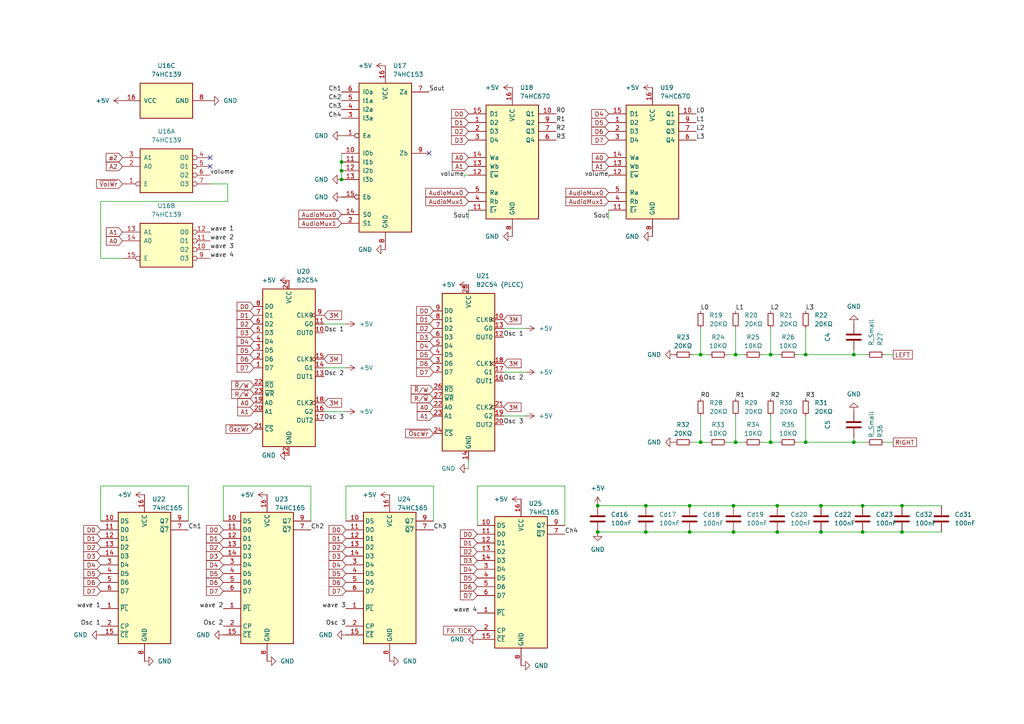
<source format=kicad_sch>
(kicad_sch (version 20231120) (generator "eeschema") (generator_version "8.0")
  (paper "A4")
  (title_block (title "Audio"))
  (lib_symbols
    (symbol "74xx:74HC165"
      (property "Reference" "U" (at -7.62 19.05 0))
      (property "Value" "74HC165" (at -7.62 -21.59 0))
      (symbol "74HC165_1_0"
        (pin input line (at -12.7 -10.16 0) (length 5.08) (name "~{PL}") (number "1"))
        (pin input line (at -12.7 15.24 0) (length 5.08) (name "DS") (number "10"))
        (pin input line (at -12.7 12.7 0) (length 5.08) (name "D0") (number "11"))
        (pin input line (at -12.7 10.16 0) (length 5.08) (name "D1") (number "12"))
        (pin input line (at -12.7 7.62 0) (length 5.08) (name "D2") (number "13"))
        (pin input line (at -12.7 5.08 0) (length 5.08) (name "D3") (number "14"))
        (pin input line (at -12.7 -17.78 0) (length 5.08) (name "~{CE}") (number "15"))
        (pin power_in line (at 0 22.86 270) (length 5.08) (name "VCC") (number "16"))
        (pin input line (at -12.7 -15.24 0) (length 5.08) (name "CP") (number "2"))
        (pin input line (at -12.7 2.54 0) (length 5.08) (name "D4") (number "3"))
        (pin input line (at -12.7 0 0) (length 5.08) (name "D5") (number "4"))
        (pin input line (at -12.7 -2.54 0) (length 5.08) (name "D6") (number "5"))
        (pin input line (at -12.7 -5.08 0) (length 5.08) (name "D7") (number "6"))
        (pin output line (at 12.7 12.7 180) (length 5.08) (name "~{Q7}") (number "7"))
        (pin power_in line (at 0 -25.4 90) (length 5.08) (name "GND") (number "8"))
        (pin output line (at 12.7 15.24 180) (length 5.08) (name "Q7") (number "9"))
      )
      (symbol "74HC165_1_1"
        (rectangle (start -7.62 17.78) (end 7.62 -20.32) (stroke (width 0.254)) (fill (type background)))
      )
    )
    (symbol "74xx:74LS139" (pin_names (offset 1.016))
      (property "Reference" "U" (at -7.62 8.89 0))
      (property "Value" "74LS139" (at -7.62 -8.89 0))
      (symbol "74LS139_1_0"
        (pin input inverted (at -12.7 -5.08 0) (length 5.08) (name "E") (number "1"))
        (pin input line (at -12.7 0 0) (length 5.08) (name "A0") (number "2"))
        (pin input line (at -12.7 2.54 0) (length 5.08) (name "A1") (number "3"))
        (pin output inverted (at 12.7 2.54 180) (length 5.08) (name "O0") (number "4"))
        (pin output inverted (at 12.7 0 180) (length 5.08) (name "O1") (number "5"))
        (pin output inverted (at 12.7 -2.54 180) (length 5.08) (name "O2") (number "6"))
        (pin output inverted (at 12.7 -5.08 180) (length 5.08) (name "O3") (number "7"))
      )
      (symbol "74LS139_1_1"
        (rectangle (start -7.62 5.08) (end 7.62 -7.62) (stroke (width 0.254)) (fill (type background)))
      )
      (symbol "74LS139_2_0"
        (pin output inverted (at 12.7 -2.54 180) (length 5.08) (name "O2") (number "10"))
        (pin output inverted (at 12.7 0 180) (length 5.08) (name "O1") (number "11"))
        (pin output inverted (at 12.7 2.54 180) (length 5.08) (name "O0") (number "12"))
        (pin input line (at -12.7 2.54 0) (length 5.08) (name "A1") (number "13"))
        (pin input line (at -12.7 0 0) (length 5.08) (name "A0") (number "14"))
        (pin input inverted (at -12.7 -5.08 0) (length 5.08) (name "E") (number "15"))
        (pin output inverted (at 12.7 -5.08 180) (length 5.08) (name "O3") (number "9"))
      )
      (symbol "74LS139_2_1"
        (rectangle (start -7.62 5.08) (end 7.62 -7.62) (stroke (width 0.254)) (fill (type background)))
      )
      (symbol "74LS139_3_0"
        (pin power_in line (at 0 12.7 270) (length 5.08) (name "VCC") (number "16"))
        (pin power_in line (at 0 -12.7 90) (length 5.08) (name "GND") (number "8"))
      )
      (symbol "74LS139_3_1"
        (rectangle (start -5.08 7.62) (end 5.08 -7.62) (stroke (width 0.254)) (fill (type background)))
      )
    )
    (symbol "74xx:74LS153" (pin_names (offset 1.016))
      (property "Reference" "U" (at -7.62 21.59 0))
      (property "Value" "74LS153" (at -7.62 -24.13 0))
      (symbol "74LS153_1_0"
        (pin input inverted (at -12.7 5.08 0) (length 5.08) (name "Ea") (number "1"))
        (pin input line (at -12.7 0 0) (length 5.08) (name "I0b") (number "10"))
        (pin input line (at -12.7 -2.54 0) (length 5.08) (name "I1b") (number "11"))
        (pin input line (at -12.7 -5.08 0) (length 5.08) (name "I2b") (number "12"))
        (pin input line (at -12.7 -7.62 0) (length 5.08) (name "I3b") (number "13"))
        (pin input line (at -12.7 -17.78 0) (length 5.08) (name "S0") (number "14"))
        (pin input inverted (at -12.7 -12.7 0) (length 5.08) (name "Eb") (number "15"))
        (pin power_in line (at 0 25.4 270) (length 5.08) (name "VCC") (number "16"))
        (pin input line (at -12.7 -20.32 0) (length 5.08) (name "S1") (number "2"))
        (pin input line (at -12.7 10.16 0) (length 5.08) (name "I3a") (number "3"))
        (pin input line (at -12.7 12.7 0) (length 5.08) (name "I2a") (number "4"))
        (pin input line (at -12.7 15.24 0) (length 5.08) (name "I1a") (number "5"))
        (pin input line (at -12.7 17.78 0) (length 5.08) (name "I0a") (number "6"))
        (pin output line (at 12.7 17.78 180) (length 5.08) (name "Za") (number "7"))
        (pin power_in line (at 0 -27.94 90) (length 5.08) (name "GND") (number "8"))
        (pin output line (at 12.7 0 180) (length 5.08) (name "Zb") (number "9"))
      )
      (symbol "74LS153_1_1"
        (rectangle (start -7.62 20.32) (end 7.62 -22.86) (stroke (width 0.254)) (fill (type background)))
      )
    )
    (symbol "74xx:74LS670" (pin_names (offset 1.016))
      (property "Reference" "U" (at -7.62 16.51 0))
      (property "Value" "74LS670" (at -7.62 -19.05 0))
      (symbol "74LS670_1_0"
        (pin input line (at -12.7 10.16 0) (length 5.08) (name "D2") (number "1"))
        (pin tri_state line (at 12.7 12.7 180) (length 5.08) (name "Q1") (number "10"))
        (pin input line (at -12.7 -15.24 0) (length 5.08) (name "~{Er}") (number "11"))
        (pin input line (at -12.7 -5.08 0) (length 5.08) (name "~{Ew}") (number "12"))
        (pin input line (at -12.7 -2.54 0) (length 5.08) (name "Wb") (number "13"))
        (pin input line (at -12.7 0 0) (length 5.08) (name "Wa") (number "14"))
        (pin input line (at -12.7 12.7 0) (length 5.08) (name "D1") (number "15"))
        (pin power_in line (at 0 20.32 270) (length 5.08) (name "VCC") (number "16"))
        (pin input line (at -12.7 7.62 0) (length 5.08) (name "D3") (number "2"))
        (pin input line (at -12.7 5.08 0) (length 5.08) (name "D4") (number "3"))
        (pin input line (at -12.7 -12.7 0) (length 5.08) (name "Rb") (number "4"))
        (pin input line (at -12.7 -10.16 0) (length 5.08) (name "Ra") (number "5"))
        (pin tri_state line (at 12.7 5.08 180) (length 5.08) (name "Q4") (number "6"))
        (pin tri_state line (at 12.7 7.62 180) (length 5.08) (name "Q3") (number "7"))
        (pin power_in line (at 0 -22.86 90) (length 5.08) (name "GND") (number "8"))
        (pin tri_state line (at 12.7 10.16 180) (length 5.08) (name "Q2") (number "9"))
      )
      (symbol "74LS670_1_1"
        (rectangle (start -7.62 15.24) (end 7.62 -17.78) (stroke (width 0.254)) (fill (type background)))
      )
    )
    (symbol "Device:C" (pin_numbers hide) (pin_names (offset 0.254))
      (property "Reference" "C" (at 0.635 2.54 0))
      (property "Value" "C" (at 0.635 -2.54 0))
      (symbol "C_0_1"
        (polyline (pts (xy -2.032 -0.762) (xy 2.032 -0.762)) (stroke (width 0.508)))
        (polyline (pts (xy -2.032 0.762) (xy 2.032 0.762)) (stroke (width 0.508)))
      )
      (symbol "C_1_1"
        (pin passive line (at 0 3.81 270) (length 2.794) (name "~") (number "1"))
        (pin passive line (at 0 -3.81 90) (length 2.794) (name "~") (number "2"))
      )
    )
    (symbol "Device:R_Small" (pin_numbers hide) (pin_names (offset 0.254) hide)
      (property "Reference" "R" (at 0.762 0.508 0))
      (property "Value" "R_Small" (at 0.762 -1.016 0))
      (symbol "R_Small_0_1"
        (rectangle (start -0.762 1.778) (end 0.762 -1.778) (stroke (width 0.2032)))
      )
      (symbol "R_Small_1_1"
        (pin passive line (at 0 2.54 270) (length 0.762) (name "~") (number "1"))
        (pin passive line (at 0 -2.54 90) (length 0.762) (name "~") (number "2"))
      )
    )
    (symbol "Timer:82C54"
      (property "Reference" "U" (at -5.08 24.13 0))
      (property "Value" "82C54" (at 2.54 24.13 0))
      (symbol "82C54_0_1"
        (rectangle (start -7.62 -22.86) (end 7.62 22.86) (stroke (width 0.254)) (fill (type background)))
      )
      (symbol "82C54_1_1"
        (pin bidirectional line (at -10.16 0 0) (length 2.54) (name "D7") (number "1"))
        (pin output line (at 10.16 10.16 180) (length 2.54) (name "OUT0") (number "10"))
        (pin input line (at 10.16 12.7 180) (length 2.54) (name "G0") (number "11"))
        (pin power_in line (at 0 -25.4 90) (length 2.54) (name "GND") (number "12"))
        (pin output line (at 10.16 -2.54 180) (length 2.54) (name "OUT1") (number "13"))
        (pin input line (at 10.16 0 180) (length 2.54) (name "G1") (number "14"))
        (pin input clock (at 10.16 2.54 180) (length 2.54) (name "CLK1") (number "15"))
        (pin input line (at 10.16 -12.7 180) (length 2.54) (name "G2") (number "16"))
        (pin output line (at 10.16 -15.24 180) (length 2.54) (name "OUT2") (number "17"))
        (pin input clock (at 10.16 -10.16 180) (length 2.54) (name "CLK2") (number "18"))
        (pin input line (at -10.16 -10.16 0) (length 2.54) (name "A0") (number "19"))
        (pin bidirectional line (at -10.16 2.54 0) (length 2.54) (name "D6") (number "2"))
        (pin input line (at -10.16 -12.7 0) (length 2.54) (name "A1") (number "20"))
        (pin input line (at -10.16 -17.78 0) (length 2.54) (name "~{CS}") (number "21"))
        (pin input line (at -10.16 -5.08 0) (length 2.54) (name "~{RD}") (number "22"))
        (pin input line (at -10.16 -7.62 0) (length 2.54) (name "~{WR}") (number "23"))
        (pin power_in line (at 0 25.4 270) (length 2.54) (name "VCC") (number "24"))
        (pin bidirectional line (at -10.16 5.08 0) (length 2.54) (name "D5") (number "3"))
        (pin bidirectional line (at -10.16 7.62 0) (length 2.54) (name "D4") (number "4"))
        (pin bidirectional line (at -10.16 10.16 0) (length 2.54) (name "D3") (number "5"))
        (pin bidirectional line (at -10.16 12.7 0) (length 2.54) (name "D2") (number "6"))
        (pin bidirectional line (at -10.16 15.24 0) (length 2.54) (name "D1") (number "7"))
        (pin bidirectional line (at -10.16 17.78 0) (length 2.54) (name "D0") (number "8"))
        (pin input clock (at 10.16 15.24 180) (length 2.54) (name "CLK0") (number "9"))
      )
    )
    (symbol "Timer:82C54_PLCC"
      (property "Reference" "U" (at -3.81 24.13 0))
      (property "Value" "82C54_PLCC" (at 2.54 24.13 0))
      (symbol "82C54_PLCC_0_1"
        (rectangle (start -7.62 -22.86) (end 7.62 22.86) (stroke (width 0.254)) (fill (type background)))
      )
      (symbol "82C54_PLCC_1_1"
        (pin no_connect line (at -5.08 -22.86 90) (length 2.54) hide (name "NC") (number "1"))
        (pin input clock (at 10.16 15.24 180) (length 2.54) (name "CLK0") (number "10"))
        (pin no_connect line (at -2.54 -22.86 90) (length 2.54) hide (name "NC") (number "11"))
        (pin output line (at 10.16 10.16 180) (length 2.54) (name "OUT0") (number "12"))
        (pin input line (at 10.16 12.7 180) (length 2.54) (name "G0") (number "13"))
        (pin power_in line (at 0 -25.4 90) (length 2.54) (name "GND") (number "14"))
        (pin no_connect line (at 2.54 -22.86 90) (length 2.54) hide (name "NC") (number "15"))
        (pin output line (at 10.16 -2.54 180) (length 2.54) (name "OUT1") (number "16"))
        (pin input line (at 10.16 0 180) (length 2.54) (name "G1") (number "17"))
        (pin input clock (at 10.16 2.54 180) (length 2.54) (name "CLK1") (number "18"))
        (pin input line (at 10.16 -12.7 180) (length 2.54) (name "G2") (number "19"))
        (pin bidirectional line (at -10.16 0 0) (length 2.54) (name "D7") (number "2"))
        (pin output line (at 10.16 -15.24 180) (length 2.54) (name "OUT2") (number "20"))
        (pin input clock (at 10.16 -10.16 180) (length 2.54) (name "CLK2") (number "21"))
        (pin input line (at -10.16 -10.16 0) (length 2.54) (name "A0") (number "22"))
        (pin input line (at -10.16 -12.7 0) (length 2.54) (name "A1") (number "23"))
        (pin input line (at -10.16 -17.78 0) (length 2.54) (name "~{CS}") (number "24"))
        (pin no_connect line (at 5.08 -22.86 90) (length 2.54) hide (name "NC") (number "25"))
        (pin input line (at -10.16 -5.08 0) (length 2.54) (name "~{RD}") (number "26"))
        (pin input line (at -10.16 -7.62 0) (length 2.54) (name "~{WR}") (number "27"))
        (pin power_in line (at 0 25.4 270) (length 2.54) (name "VCC") (number "28"))
        (pin bidirectional line (at -10.16 2.54 0) (length 2.54) (name "D6") (number "3"))
        (pin bidirectional line (at -10.16 5.08 0) (length 2.54) (name "D5") (number "4"))
        (pin bidirectional line (at -10.16 7.62 0) (length 2.54) (name "D4") (number "5"))
        (pin bidirectional line (at -10.16 10.16 0) (length 2.54) (name "D3") (number "6"))
        (pin bidirectional line (at -10.16 12.7 0) (length 2.54) (name "D2") (number "7"))
        (pin bidirectional line (at -10.16 15.24 0) (length 2.54) (name "D1") (number "8"))
        (pin bidirectional line (at -10.16 17.78 0) (length 2.54) (name "D0") (number "9"))
      )
    )
    (symbol "power:+5V" (power) (pin_names (offset 0))
      (property "Value" "+5V" (at 0 3.556 0))
      (symbol "+5V_0_1"
        (polyline (pts (xy -0.762 1.27) (xy 0 2.54)))
        (polyline (pts (xy 0 0) (xy 0 2.54)))
        (polyline (pts (xy 0 2.54) (xy 0.762 1.27)))
      )
      (symbol "+5V_1_1"
        (pin power_in line (at 0 0 90) (length 0) hide (name "+5V") (number "1"))
      )
    )
    (symbol "power:GND" (power) (pin_names (offset 0))
      (property "Value" "GND" (at 0 -3.81 0))
      (symbol "GND_0_1"
        (polyline (pts (xy 0 0) (xy 0 -1.27) (xy 1.27 -1.27) (xy 0 -2.54) (xy -1.27 -1.27) (xy 0 -1.27)))
      )
      (symbol "GND_1_1"
        (pin power_in line (at 0 0 270) (length 0) hide (name "GND") (number "1"))
      )
    )
  )
  (junction (at 250.19 154.305))
  (junction (at 225.425 154.305))
  (junction (at 233.68 128.27))
  (junction (at 225.425 146.685))
  (junction (at 173.355 146.685))
  (junction (at 247.65 128.27))
  (junction (at 212.725 146.685))
  (junction (at 187.325 146.685))
  (junction (at 203.2 128.27))
  (junction (at 213.36 128.27))
  (junction (at 223.52 102.87))
  (junction (at 261.62 146.685))
  (junction (at 200.025 146.685))
  (junction (at 213.36 102.87))
  (junction (at 200.025 154.305))
  (junction (at 173.355 154.305))
  (junction (at 203.2 102.87))
  (junction (at 99.06 49.53))
  (junction (at 238.125 146.685))
  (junction (at 247.65 102.87))
  (junction (at 99.06 52.07))
  (junction (at 223.52 128.27))
  (junction (at 99.06 46.99))
  (junction (at 250.19 146.685))
  (junction (at 238.125 154.305))
  (junction (at 233.68 102.87))
  (junction (at 187.325 154.305))
  (junction (at 212.725 154.305))
  (junction (at 261.62 154.305))
  (no_connect (at 60.96 48.26))
  (no_connect (at 124.46 44.45))
  (no_connect (at 60.96 45.72))
  (wire (pts (xy 220.98 102.87) (xy 223.52 102.87)))
  (wire (pts (xy 152.4 95.25) (xy 146.05 95.25)))
  (wire (pts (xy 203.2 120.65) (xy 203.2 128.27)))
  (wire (pts (xy 173.355 146.685) (xy 187.325 146.685)))
  (wire (pts (xy 100.33 140.97) (xy 100.33 151.13)))
  (wire (pts (xy 233.68 102.87) (xy 247.65 102.87)))
  (wire (pts (xy 238.125 146.685) (xy 250.19 146.685)))
  (wire (pts (xy 200.66 102.87) (xy 203.2 102.87)))
  (wire (pts (xy 247.65 128.27) (xy 247.65 127)))
  (wire (pts (xy 210.82 102.87) (xy 213.36 102.87)))
  (wire (pts (xy 231.14 128.27) (xy 233.68 128.27)))
  (wire (pts (xy 187.325 154.305) (xy 200.025 154.305)))
  (wire (pts (xy 256.54 128.27) (xy 259.08 128.27)))
  (wire (pts (xy 250.19 154.305) (xy 261.62 154.305)))
  (wire (pts (xy 238.125 154.305) (xy 250.19 154.305)))
  (wire (pts (xy 251.46 128.27) (xy 247.65 128.27)))
  (wire (pts (xy 176.53 51.435) (xy 176.53 50.8)))
  (wire (pts (xy 251.46 102.87) (xy 247.65 102.87)))
  (wire (pts (xy 100.33 93.98) (xy 93.98 93.98)))
  (wire (pts (xy 135.89 63.5) (xy 135.89 60.96)))
  (wire (pts (xy 29.21 140.97) (xy 29.21 151.13)))
  (wire (pts (xy 134.62 50.8) (xy 135.89 50.8)))
  (wire (pts (xy 247.65 102.87) (xy 247.65 101.6)))
  (wire (pts (xy 213.36 128.27) (xy 215.9 128.27)))
  (wire (pts (xy 187.325 146.685) (xy 200.025 146.685)))
  (wire (pts (xy 200.025 146.685) (xy 212.725 146.685)))
  (wire (pts (xy 173.355 154.305) (xy 187.325 154.305)))
  (wire (pts (xy 64.77 140.97) (xy 64.77 151.13)))
  (wire (pts (xy 200.025 154.305) (xy 212.725 154.305)))
  (wire (pts (xy 212.725 154.305) (xy 225.425 154.305)))
  (wire (pts (xy 90.17 151.13) (xy 90.17 140.97)))
  (wire (pts (xy 29.21 74.93) (xy 29.21 58.42)))
  (wire (pts (xy 210.82 128.27) (xy 213.36 128.27)))
  (wire (pts (xy 176.53 63.5) (xy 176.53 60.96)))
  (wire (pts (xy 66.04 53.34) (xy 60.96 53.34)))
  (wire (pts (xy 99.06 44.45) (xy 99.06 46.99)))
  (wire (pts (xy 233.68 128.27) (xy 247.65 128.27)))
  (wire (pts (xy 231.14 102.87) (xy 233.68 102.87)))
  (wire (pts (xy 223.52 95.25) (xy 223.52 102.87)))
  (wire (pts (xy 54.61 151.13) (xy 54.61 140.97)))
  (wire (pts (xy 135.89 135.89) (xy 135.89 133.35)))
  (wire (pts (xy 90.17 140.97) (xy 64.77 140.97)))
  (wire (pts (xy 203.2 102.87) (xy 205.74 102.87)))
  (wire (pts (xy 99.06 49.53) (xy 99.06 52.07)))
  (wire (pts (xy 225.425 154.305) (xy 238.125 154.305)))
  (wire (pts (xy 100.33 106.68) (xy 93.98 106.68)))
  (wire (pts (xy 66.04 58.42) (xy 66.04 53.34)))
  (wire (pts (xy 261.62 146.685) (xy 273.05 146.685)))
  (wire (pts (xy 213.36 120.65) (xy 213.36 128.27)))
  (wire (pts (xy 203.2 95.25) (xy 203.2 102.87)))
  (wire (pts (xy 220.98 128.27) (xy 223.52 128.27)))
  (wire (pts (xy 138.43 140.97) (xy 138.43 152.4)))
  (wire (pts (xy 223.52 102.87) (xy 226.06 102.87)))
  (wire (pts (xy 223.52 128.27) (xy 226.06 128.27)))
  (wire (pts (xy 134.62 51.435) (xy 134.62 50.8)))
  (wire (pts (xy 203.2 128.27) (xy 205.74 128.27)))
  (wire (pts (xy 125.73 151.13) (xy 125.73 140.97)))
  (wire (pts (xy 256.54 102.87) (xy 259.08 102.87)))
  (wire (pts (xy 250.19 146.685) (xy 261.62 146.685)))
  (wire (pts (xy 29.21 58.42) (xy 66.04 58.42)))
  (wire (pts (xy 225.425 146.685) (xy 238.125 146.685)))
  (wire (pts (xy 163.83 152.4) (xy 163.83 140.97)))
  (wire (pts (xy 213.36 102.87) (xy 215.9 102.87)))
  (wire (pts (xy 163.83 140.97) (xy 138.43 140.97)))
  (wire (pts (xy 233.68 120.65) (xy 233.68 128.27)))
  (wire (pts (xy 200.66 128.27) (xy 203.2 128.27)))
  (wire (pts (xy 100.33 119.38) (xy 93.98 119.38)))
  (wire (pts (xy 233.68 95.25) (xy 233.68 102.87)))
  (wire (pts (xy 213.36 95.25) (xy 213.36 102.87)))
  (wire (pts (xy 223.52 120.65) (xy 223.52 128.27)))
  (wire (pts (xy 261.62 154.305) (xy 273.05 154.305)))
  (wire (pts (xy 212.725 146.685) (xy 225.425 146.685)))
  (wire (pts (xy 152.4 120.65) (xy 146.05 120.65)))
  (wire (pts (xy 99.06 46.99) (xy 99.06 49.53)))
  (wire (pts (xy 54.61 140.97) (xy 29.21 140.97)))
  (wire (pts (xy 125.73 140.97) (xy 100.33 140.97)))
  (wire (pts (xy 152.4 107.95) (xy 146.05 107.95)))
  (wire (pts (xy 35.56 74.93) (xy 29.21 74.93)))
  (label "Osc 2" (at 93.98 109.22 0))
  (label "R2" (at 161.29 38.1 0))
  (label "Sout" (at 135.89 63.5 180))
  (label "Osc 3" (at 93.98 121.92 0))
  (label "L3" (at 233.68 90.17 0))
  (label "Osc 1" (at 29.21 181.61 180))
  (label "Ch1" (at 99.06 26.67 180))
  (label "Ch4" (at 163.83 154.94 0))
  (label "Sout" (at 176.53 63.5 180))
  (label "R3" (at 233.68 115.57 0))
  (label "Osc 2" (at 146.05 110.49 0))
  (label "wave 1" (at 60.96 67.31 0))
  (label "Sout" (at 124.46 26.67 0))
  (label "Osc 2" (at 64.77 181.61 180))
  (label "L3" (at 201.93 40.64 0))
  (label "wave 1" (at 29.21 176.53 180))
  (label "wave 3" (at 60.96 72.39 0))
  (label "wave 2" (at 60.96 69.85 0))
  (label "wave 3" (at 100.33 176.53 180))
  (label "R3" (at 161.29 40.64 0))
  (label "L2" (at 201.93 38.1 0))
  (label "wave 4" (at 60.96 74.93 0))
  (label "Osc 1" (at 93.98 96.52 0))
  (label "Ch2" (at 99.06 29.21 180))
  (label "Osc 1" (at 146.05 97.79 0))
  (label "volume" (at 60.96 50.8 0))
  (label "Ch2" (at 90.17 153.67 0))
  (label "L1" (at 213.36 90.17 0))
  (label "R1" (at 213.36 115.57 0))
  (label "R1" (at 161.29 35.56 0))
  (label "R0" (at 203.2 115.57 0))
  (label "R0" (at 161.29 33.02 0))
  (label "Ch4" (at 99.06 34.29 180))
  (label "wave 4" (at 138.43 177.8 180))
  (label "wave 2" (at 64.77 176.53 180))
  (label "Ch3" (at 125.73 153.67 0))
  (label "Ch3" (at 99.06 31.75 180))
  (label "volume" (at 176.53 51.435 180))
  (label "Osc 3" (at 100.33 181.61 180))
  (label "Ch1" (at 54.61 153.67 0))
  (label "Osc 3" (at 146.05 123.19 0))
  (label "L2" (at 223.52 90.17 0))
  (label "L0" (at 201.93 33.02 0))
  (label "L1" (at 201.93 35.56 0))
  (label "L0" (at 203.2 90.17 0))
  (label "R2" (at 223.52 115.57 0))
  (label "volume" (at 134.62 51.435 180))
  (global_label "D3" (shape input) (at 64.77 161.29 180) (property "Intersheetrefs" "${INTERSHEET_REFS}" (effects (hide yes))))
  (global_label "D4" (shape input) (at 125.73 100.33 180) (property "Intersheetrefs" "${INTERSHEET_REFS}" (effects (hide yes))))
  (global_label "R{slash}~{W}" (shape input) (at 73.66 114.3 180) (property "Intersheetrefs" "${INTERSHEET_REFS}" (effects (hide yes))))
  (global_label "A0" (shape input) (at 125.73 118.11 180) (property "Intersheetrefs" "${INTERSHEET_REFS}" (effects (hide yes))))
  (global_label "D7" (shape input) (at 29.21 171.45 180) (property "Intersheetrefs" "${INTERSHEET_REFS}" (effects (hide yes))))
  (global_label "D6" (shape input) (at 125.73 105.41 180) (property "Intersheetrefs" "${INTERSHEET_REFS}" (effects (hide yes))))
  (global_label "D4" (shape input) (at 138.43 165.1 180) (property "Intersheetrefs" "${INTERSHEET_REFS}" (effects (hide yes))))
  (global_label "D3" (shape input) (at 125.73 97.79 180) (property "Intersheetrefs" "${INTERSHEET_REFS}" (effects (hide yes))))
  (global_label "D4" (shape input) (at 29.21 163.83 180) (property "Intersheetrefs" "${INTERSHEET_REFS}" (effects (hide yes))))
  (global_label "D0" (shape input) (at 135.89 33.02 180) (property "Intersheetrefs" "${INTERSHEET_REFS}" (effects (hide yes))))
  (global_label "LEFT" (shape passive) (at 259.08 102.87 0) (property "Intersheetrefs" "${INTERSHEET_REFS}" (effects (hide yes))))
  (global_label "A2" (shape input) (at 35.56 48.26 180) (property "Intersheetrefs" "${INTERSHEET_REFS}" (effects (hide yes))))
  (global_label "D5" (shape input) (at 100.33 166.37 180) (property "Intersheetrefs" "${INTERSHEET_REFS}" (effects (hide yes))))
  (global_label "D7" (shape input) (at 64.77 171.45 180) (property "Intersheetrefs" "${INTERSHEET_REFS}" (effects (hide yes))))
  (global_label "AudioMux0" (shape input) (at 176.53 55.88 180) (property "Intersheetrefs" "${INTERSHEET_REFS}" (effects (hide yes))))
  (global_label "D1" (shape input) (at 135.89 35.56 180) (property "Intersheetrefs" "${INTERSHEET_REFS}" (effects (hide yes))))
  (global_label "D6" (shape input) (at 100.33 168.91 180) (property "Intersheetrefs" "${INTERSHEET_REFS}" (effects (hide yes))))
  (global_label "D2" (shape input) (at 29.21 158.75 180) (property "Intersheetrefs" "${INTERSHEET_REFS}" (effects (hide yes))))
  (global_label "A0" (shape input) (at 73.66 116.84 180) (property "Intersheetrefs" "${INTERSHEET_REFS}" (effects (hide yes))))
  (global_label "D7" (shape input) (at 176.53 40.64 180) (property "Intersheetrefs" "${INTERSHEET_REFS}" (effects (hide yes))))
  (global_label "D5" (shape input) (at 176.53 35.56 180) (property "Intersheetrefs" "${INTERSHEET_REFS}" (effects (hide yes))))
  (global_label "D3" (shape input) (at 73.66 96.52 180) (property "Intersheetrefs" "${INTERSHEET_REFS}" (effects (hide yes))))
  (global_label "A1" (shape input) (at 176.53 48.26 180) (property "Intersheetrefs" "${INTERSHEET_REFS}" (effects (hide yes))))
  (global_label "D1" (shape input) (at 73.66 91.44 180) (property "Intersheetrefs" "${INTERSHEET_REFS}" (effects (hide yes))))
  (global_label "D3" (shape input) (at 138.43 162.56 180) (property "Intersheetrefs" "${INTERSHEET_REFS}" (effects (hide yes))))
  (global_label "AudioMux0" (shape input) (at 99.06 62.23 180) (property "Intersheetrefs" "${INTERSHEET_REFS}" (effects (hide yes))))
  (global_label "A0" (shape input) (at 135.89 45.72 180) (property "Intersheetrefs" "${INTERSHEET_REFS}" (effects (hide yes))))
  (global_label "~{OscWr}" (shape input) (at 73.66 124.46 180) (property "Intersheetrefs" "${INTERSHEET_REFS}" (effects (hide yes))))
  (global_label "D7" (shape input) (at 138.43 172.72 180) (property "Intersheetrefs" "${INTERSHEET_REFS}" (effects (hide yes))))
  (global_label "D6" (shape input) (at 176.53 38.1 180) (property "Intersheetrefs" "${INTERSHEET_REFS}" (effects (hide yes))))
  (global_label "AudioMux1" (shape input) (at 135.89 58.42 180) (property "Intersheetrefs" "${INTERSHEET_REFS}" (effects (hide yes))))
  (global_label "D4" (shape input) (at 176.53 33.02 180) (property "Intersheetrefs" "${INTERSHEET_REFS}" (effects (hide yes))))
  (global_label "D6" (shape input) (at 138.43 170.18 180) (property "Intersheetrefs" "${INTERSHEET_REFS}" (effects (hide yes))))
  (global_label "3M" (shape input) (at 146.05 118.11 0) (property "Intersheetrefs" "${INTERSHEET_REFS}" (effects (hide yes))))
  (global_label "D0" (shape input) (at 29.21 153.67 180) (property "Intersheetrefs" "${INTERSHEET_REFS}" (effects (hide yes))))
  (global_label "D5" (shape input) (at 73.66 101.6 180) (property "Intersheetrefs" "${INTERSHEET_REFS}" (effects (hide yes))))
  (global_label "A1" (shape input) (at 125.73 120.65 180) (property "Intersheetrefs" "${INTERSHEET_REFS}" (effects (hide yes))))
  (global_label "3M" (shape input) (at 146.05 105.41 0) (property "Intersheetrefs" "${INTERSHEET_REFS}" (effects (hide yes))))
  (global_label "D1" (shape input) (at 29.21 156.21 180) (property "Intersheetrefs" "${INTERSHEET_REFS}" (effects (hide yes))))
  (global_label "D2" (shape input) (at 125.73 95.25 180) (property "Intersheetrefs" "${INTERSHEET_REFS}" (effects (hide yes))))
  (global_label "A1" (shape input) (at 35.56 67.31 180) (property "Intersheetrefs" "${INTERSHEET_REFS}" (effects (hide yes))))
  (global_label "D2" (shape input) (at 64.77 158.75 180) (property "Intersheetrefs" "${INTERSHEET_REFS}" (effects (hide yes))))
  (global_label "~{VolWr}" (shape input) (at 35.56 53.34 180) (property "Intersheetrefs" "${INTERSHEET_REFS}" (effects (hide yes))))
  (global_label "3M" (shape input) (at 93.98 104.14 0) (property "Intersheetrefs" "${INTERSHEET_REFS}" (effects (hide yes))))
  (global_label "D1" (shape input) (at 125.73 92.71 180) (property "Intersheetrefs" "${INTERSHEET_REFS}" (effects (hide yes))))
  (global_label "R{slash}~{W}" (shape input) (at 125.73 115.57 180) (property "Intersheetrefs" "${INTERSHEET_REFS}" (effects (hide yes))))
  (global_label "D6" (shape input) (at 64.77 168.91 180) (property "Intersheetrefs" "${INTERSHEET_REFS}" (effects (hide yes))))
  (global_label "D3" (shape input) (at 29.21 161.29 180) (property "Intersheetrefs" "${INTERSHEET_REFS}" (effects (hide yes))))
  (global_label "RIGHT" (shape passive) (at 259.08 128.27 0) (property "Intersheetrefs" "${INTERSHEET_REFS}" (effects (hide yes))))
  (global_label "D0" (shape input) (at 138.43 154.94 180) (property "Intersheetrefs" "${INTERSHEET_REFS}" (effects (hide yes))))
  (global_label "AudioMux1" (shape input) (at 176.53 58.42 180) (property "Intersheetrefs" "${INTERSHEET_REFS}" (effects (hide yes))))
  (global_label "D7" (shape input) (at 73.66 106.68 180) (property "Intersheetrefs" "${INTERSHEET_REFS}" (effects (hide yes))))
  (global_label "D2" (shape input) (at 138.43 160.02 180) (property "Intersheetrefs" "${INTERSHEET_REFS}" (effects (hide yes))))
  (global_label "D3" (shape input) (at 135.89 40.64 180) (property "Intersheetrefs" "${INTERSHEET_REFS}" (effects (hide yes))))
  (global_label "D0" (shape input) (at 64.77 153.67 180) (property "Intersheetrefs" "${INTERSHEET_REFS}" (effects (hide yes))))
  (global_label "D6" (shape input) (at 73.66 104.14 180) (property "Intersheetrefs" "${INTERSHEET_REFS}" (effects (hide yes))))
  (global_label "3M" (shape input) (at 93.98 116.84 0) (property "Intersheetrefs" "${INTERSHEET_REFS}" (effects (hide yes))))
  (global_label "D4" (shape input) (at 100.33 163.83 180) (property "Intersheetrefs" "${INTERSHEET_REFS}" (effects (hide yes))))
  (global_label "A1" (shape input) (at 135.89 48.26 180) (property "Intersheetrefs" "${INTERSHEET_REFS}" (effects (hide yes))))
  (global_label "~{R}{slash}W" (shape input) (at 73.66 111.76 180) (property "Intersheetrefs" "${INTERSHEET_REFS}" (effects (hide yes))))
  (global_label "D0" (shape input) (at 125.73 90.17 180) (property "Intersheetrefs" "${INTERSHEET_REFS}" (effects (hide yes))))
  (global_label "AudioMux0" (shape input) (at 135.89 55.88 180) (property "Intersheetrefs" "${INTERSHEET_REFS}" (effects (hide yes))))
  (global_label "D2" (shape input) (at 135.89 38.1 180) (property "Intersheetrefs" "${INTERSHEET_REFS}" (effects (hide yes))))
  (global_label "D6" (shape input) (at 29.21 168.91 180) (property "Intersheetrefs" "${INTERSHEET_REFS}" (effects (hide yes))))
  (global_label "D1" (shape input) (at 100.33 156.21 180) (property "Intersheetrefs" "${INTERSHEET_REFS}" (effects (hide yes))))
  (global_label "D5" (shape input) (at 125.73 102.87 180) (property "Intersheetrefs" "${INTERSHEET_REFS}" (effects (hide yes))))
  (global_label "FX TICK" (shape input) (at 138.43 182.88 180) (property "Intersheetrefs" "${INTERSHEET_REFS}" (effects (hide yes))))
  (global_label "D4" (shape input) (at 73.66 99.06 180) (property "Intersheetrefs" "${INTERSHEET_REFS}" (effects (hide yes))))
  (global_label "3M" (shape input) (at 93.98 91.44 0) (property "Intersheetrefs" "${INTERSHEET_REFS}" (effects (hide yes))))
  (global_label "D4" (shape input) (at 64.77 163.83 180) (property "Intersheetrefs" "${INTERSHEET_REFS}" (effects (hide yes))))
  (global_label "~{OscWr}" (shape input) (at 125.73 125.73 180) (property "Intersheetrefs" "${INTERSHEET_REFS}" (effects (hide yes))))
  (global_label "D2" (shape input) (at 100.33 158.75 180) (property "Intersheetrefs" "${INTERSHEET_REFS}" (effects (hide yes))))
  (global_label "D5" (shape input) (at 29.21 166.37 180) (property "Intersheetrefs" "${INTERSHEET_REFS}" (effects (hide yes))))
  (global_label "A0" (shape input) (at 176.53 45.72 180) (property "Intersheetrefs" "${INTERSHEET_REFS}" (effects (hide yes))))
  (global_label "D3" (shape input) (at 100.33 161.29 180) (property "Intersheetrefs" "${INTERSHEET_REFS}" (effects (hide yes))))
  (global_label "D7" (shape input) (at 100.33 171.45 180) (property "Intersheetrefs" "${INTERSHEET_REFS}" (effects (hide yes))))
  (global_label "D1" (shape input) (at 64.77 156.21 180) (property "Intersheetrefs" "${INTERSHEET_REFS}" (effects (hide yes))))
  (global_label "D0" (shape input) (at 100.33 153.67 180) (property "Intersheetrefs" "${INTERSHEET_REFS}" (effects (hide yes))))
  (global_label "~{R}{slash}W" (shape input) (at 125.73 113.03 180) (property "Intersheetrefs" "${INTERSHEET_REFS}" (effects (hide yes))))
  (global_label "D5" (shape input) (at 138.43 167.64 180) (property "Intersheetrefs" "${INTERSHEET_REFS}" (effects (hide yes))))
  (global_label "D0" (shape input) (at 73.66 88.9 180) (property "Intersheetrefs" "${INTERSHEET_REFS}" (effects (hide yes))))
  (global_label "AudioMux1" (shape input) (at 99.06 64.77 180) (property "Intersheetrefs" "${INTERSHEET_REFS}" (effects (hide yes))))
  (global_label "A1" (shape input) (at 73.66 119.38 180) (property "Intersheetrefs" "${INTERSHEET_REFS}" (effects (hide yes))))
  (global_label "3M" (shape input) (at 146.05 92.71 0) (property "Intersheetrefs" "${INTERSHEET_REFS}" (effects (hide yes))))
  (global_label "D1" (shape input) (at 138.43 157.48 180) (property "Intersheetrefs" "${INTERSHEET_REFS}" (effects (hide yes))))
  (global_label "ø2" (shape input) (at 35.56 45.72 180) (property "Intersheetrefs" "${INTERSHEET_REFS}" (effects (hide yes))))
  (global_label "A0" (shape input) (at 35.56 69.85 180) (property "Intersheetrefs" "${INTERSHEET_REFS}" (effects (hide yes))))
  (global_label "D7" (shape input) (at 125.73 107.95 180) (property "Intersheetrefs" "${INTERSHEET_REFS}" (effects (hide yes))))
  (global_label "D2" (shape input) (at 73.66 93.98 180) (property "Intersheetrefs" "${INTERSHEET_REFS}" (effects (hide yes))))
  (global_label "D5" (shape input) (at 64.77 166.37 180) (property "Intersheetrefs" "${INTERSHEET_REFS}" (effects (hide yes))))
  (symbol (lib_id "Device:R_Small") (at 254 128.27 270) (mirror x) (unit 1)
    (property "Reference" "R36" (at 255.27 127 0) (effects (justify left)))
    (property "Value" "R_Small" (at 252.73 127 0) (effects (justify left)))
    (property "Footprint" "PCM_Resistor_THT_US_AKL:R_Axial_DIN0204_L3.6mm_D1.6mm_P1.90mm_Vertical" (effects (hide yes)))
  )
  (symbol (lib_id "power:+5V") (at 35.56 29.21 90) (unit 1)
    (property "Reference" "#PWR076" (effects (hide yes)))
    (property "Value" "+5V" (at 31.75 29.21 90) (effects (justify left)))
  )
  (symbol (lib_id "74xx:74HC165") (at 41.91 166.37 0) (unit 1)
    (property "Reference" "U22" (at 44.1041 144.78 0) (effects (justify left)))
    (property "Value" "74HC165" (at 44.1041 147.32 0) (effects (justify left)))
    (property "Footprint" "PCM_Package_DIP_AKL:DIP-16_W7.62mm_Socket_LongPads" (effects (hide yes)))
    (property "Datasheet" "https://assets.nexperia.com/documents/data-sheet/74HC_HCT165.pdf" (effects (hide yes)))
  )
  (symbol (lib_id "power:+5V") (at 111.76 19.05 90) (unit 1)
    (property "Reference" "#PWR073" (effects (hide yes)))
    (property "Value" "+5V" (at 107.95 19.05 90) (effects (justify left)))
  )
  (symbol (lib_id "power:GND") (at 138.43 185.42 270) (unit 1)
    (property "Reference" "#PWR0107" (effects (hide yes)))
    (property "Value" "GND" (at 134.62 185.42 90) (effects (justify right)))
  )
  (symbol (lib_id "Device:R_Small") (at 198.12 102.87 90) (unit 1)
    (property "Reference" "R23" (at 198.12 97.79 90))
    (property "Value" "20KΩ" (at 198.12 100.33 90))
    (property "Footprint" "Resistor_THT:R_Axial_DIN0204_L3.6mm_D1.6mm_P1.90mm_Vertical" (effects (hide yes)))
  )
  (symbol (lib_id "power:+5V") (at 41.91 143.51 90) (unit 1)
    (property "Reference" "#PWR098" (effects (hide yes)))
    (property "Value" "+5V" (at 38.1 143.51 90) (effects (justify left)))
  )
  (symbol (lib_id "Device:R_Small") (at 203.2 92.71 180) (unit 1)
    (property "Reference" "R19" (at 205.74 91.44 0) (effects (justify right)))
    (property "Value" "20KΩ" (at 205.74 93.98 0) (effects (justify right)))
    (property "Footprint" "Resistor_THT:R_Axial_DIN0204_L3.6mm_D1.6mm_P1.90mm_Vertical" (effects (hide yes)))
  )
  (symbol (lib_id "power:GND") (at 113.03 191.77 90) (unit 1)
    (property "Reference" "#PWR0110" (effects (hide yes)))
    (property "Value" "GND" (at 116.84 191.77 90) (effects (justify right)))
  )
  (symbol (lib_id "power:GND") (at 99.06 52.07 270) (unit 1)
    (property "Reference" "#PWR079" (effects (hide yes)))
    (property "Value" "GND" (at 95.25 52.07 90) (effects (justify right)))
  )
  (symbol (lib_id "power:GND") (at 247.65 93.98 180) (unit 1)
    (property "Reference" "#PWR087" (effects (hide yes)))
    (property "Value" "GND" (at 247.65 88.9 0))
  )
  (symbol (lib_id "Timer:82C54_PLCC") (at 135.89 107.95 0) (unit 1)
    (property "Reference" "U21" (at 138.0841 80.01 0) (effects (justify left)))
    (property "Value" "82C54 (PLCC)" (at 138.0841 82.55 0) (effects (justify left)))
    (property "Footprint" "Package_LCC:PLCC-28_THT-Socket" (effects (hide yes)))
    (property "Datasheet" "http://download.intel.com/design/archives/periphrl/docs/23124406.pdf" (effects (hide yes)))
  )
  (symbol (lib_id "power:GND") (at 29.21 184.15 270) (unit 1)
    (property "Reference" "#PWR0104" (effects (hide yes)))
    (property "Value" "GND" (at 25.4 184.15 90) (effects (justify right)))
  )
  (symbol (lib_id "74xx:74LS153") (at 111.76 44.45 0) (unit 1)
    (property "Reference" "U17" (at 113.9541 19.05 0) (effects (justify left)))
    (property "Value" "74HC153" (at 113.9541 21.59 0) (effects (justify left)))
    (property "Footprint" "PCM_Package_DIP_AKL:DIP-16_W7.62mm_Socket_LongPads" (effects (hide yes)))
    (property "Datasheet" "http://www.ti.com/lit/gpn/sn74LS153" (effects (hide yes)))
  )
  (symbol (lib_id "power:GND") (at 41.91 191.77 90) (unit 1)
    (property "Reference" "#PWR0108" (effects (hide yes)))
    (property "Value" "GND" (at 45.72 191.77 90) (effects (justify right)))
  )
  (symbol (lib_id "Device:R_Small") (at 213.36 92.71 180) (unit 1)
    (property "Reference" "R20" (at 215.9 91.44 0) (effects (justify right)))
    (property "Value" "20KΩ" (at 215.9 93.98 0) (effects (justify right)))
    (property "Footprint" "Resistor_THT:R_Axial_DIN0204_L3.6mm_D1.6mm_P1.90mm_Vertical" (effects (hide yes)))
  )
  (symbol (lib_id "power:GND") (at 100.33 184.15 270) (mirror x) (unit 1)
    (property "Reference" "#PWR0106" (effects (hide yes)))
    (property "Value" "GND" (at 96.52 184.15 90) (effects (justify right)))
  )
  (symbol (lib_id "power:+5V") (at 152.4 107.95 270) (unit 1)
    (property "Reference" "#PWR091" (effects (hide yes)))
    (property "Value" "+5V" (at 156.21 107.95 90) (effects (justify left)))
  )
  (symbol (lib_id "Device:C") (at 247.65 97.79 0) (unit 1)
    (property "Reference" "C4" (at 240.03 97.79 90))
    (property "Value" "100nF" (effects (hide yes)))
    (property "Footprint" "Capacitor_THT:C_Disc_D3.0mm_W2.0mm_P2.50mm" (effects (hide yes)))
  )
  (symbol (lib_id "power:GND") (at 148.59 68.58 270) (unit 1)
    (property "Reference" "#PWR081" (effects (hide yes)))
    (property "Value" "GND" (at 144.78 68.58 90) (effects (justify right)))
  )
  (symbol (lib_id "Device:C") (at 261.62 150.495 0) (unit 1)
    (property "Reference" "Cd32" (at 265.43 149.225 0) (effects (justify left)))
    (property "Value" "100nF" (at 265.43 151.765 0) (effects (justify left)))
    (property "Footprint" "Capacitor_THT:C_Disc_D3.0mm_W2.0mm_P2.50mm" (effects (hide yes)))
  )
  (symbol (lib_id "power:GND") (at 77.47 191.77 90) (unit 1)
    (property "Reference" "#PWR0109" (effects (hide yes)))
    (property "Value" "GND" (at 81.28 191.77 90) (effects (justify right)))
  )
  (symbol (lib_id "74xx:74LS670") (at 148.59 45.72 0) (unit 1)
    (property "Reference" "U18" (at 150.7841 25.4 0) (effects (justify left)))
    (property "Value" "74HC670" (at 150.7841 27.94 0) (effects (justify left)))
    (property "Footprint" "PCM_Package_DIP_AKL:DIP-16_W7.62mm_Socket_LongPads" (effects (hide yes)))
    (property "Datasheet" "http://www.ti.com/lit/gpn/sn74LS670" (effects (hide yes)))
  )
  (symbol (lib_id "74xx:74LS139") (at 48.26 29.21 90) (unit 3)
    (property "Reference" "U16" (at 48.26 19.05 90))
    (property "Value" "74HC139" (at 48.26 21.59 90))
    (property "Footprint" "PCM_Package_DIP_AKL:DIP-16_W7.62mm_Socket_LongPads" (effects (hide yes)))
    (property "Datasheet" "http://www.ti.com/lit/ds/symlink/sn74ls139a.pdf" (effects (hide yes)))
  )
  (symbol (lib_id "power:+5V") (at 152.4 120.65 270) (unit 1)
    (property "Reference" "#PWR094" (effects (hide yes)))
    (property "Value" "+5V" (at 156.21 120.65 90) (effects (justify left)))
  )
  (symbol (lib_id "Device:R_Small") (at 218.44 102.87 90) (unit 1)
    (property "Reference" "R25" (at 218.44 97.79 90))
    (property "Value" "10KΩ" (at 218.44 100.33 90))
    (property "Footprint" "Resistor_THT:R_Axial_DIN0204_L3.6mm_D1.6mm_P1.90mm_Vertical" (effects (hide yes)))
  )
  (symbol (lib_id "power:GND") (at 135.89 135.89 270) (unit 1)
    (property "Reference" "#PWR097" (effects (hide yes)))
    (property "Value" "GND" (at 132.08 135.89 90) (effects (justify right)))
  )
  (symbol (lib_id "power:+5V") (at 189.23 25.4 90) (unit 1)
    (property "Reference" "#PWR075" (effects (hide yes)))
    (property "Value" "+5V" (at 185.42 25.4 90) (effects (justify left)))
  )
  (symbol (lib_id "Device:R_Small") (at 203.2 118.11 180) (unit 1)
    (property "Reference" "R28" (at 205.74 116.84 0) (effects (justify right)))
    (property "Value" "20KΩ" (at 205.74 119.38 0) (effects (justify right)))
    (property "Footprint" "Resistor_THT:R_Axial_DIN0204_L3.6mm_D1.6mm_P1.90mm_Vertical" (effects (hide yes)))
  )
  (symbol (lib_id "power:GND") (at 83.82 132.08 270) (unit 1)
    (property "Reference" "#PWR096" (effects (hide yes)))
    (property "Value" "GND" (at 80.01 132.08 90) (effects (justify right)))
  )
  (symbol (lib_id "74xx:74LS670") (at 189.23 45.72 0) (unit 1)
    (property "Reference" "U19" (at 191.4241 25.4 0) (effects (justify left)))
    (property "Value" "74HC670" (at 191.4241 27.94 0) (effects (justify left)))
    (property "Footprint" "PCM_Package_DIP_AKL:DIP-16_W7.62mm_Socket_LongPads" (effects (hide yes)))
    (property "Datasheet" "http://www.ti.com/lit/gpn/sn74LS670" (effects (hide yes)))
  )
  (symbol (lib_id "Device:C") (at 238.125 150.495 0) (unit 1)
    (property "Reference" "Cd22" (at 241.935 149.225 0) (effects (justify left)))
    (property "Value" "100nF" (at 241.935 151.765 0) (effects (justify left)))
    (property "Footprint" "Capacitor_THT:C_Disc_D3.0mm_W2.0mm_P2.50mm" (effects (hide yes)))
  )
  (symbol (lib_id "Device:R_Small") (at 223.52 118.11 180) (unit 1)
    (property "Reference" "R30" (at 226.06 116.84 0) (effects (justify right)))
    (property "Value" "20KΩ" (at 226.06 119.38 0) (effects (justify right)))
    (property "Footprint" "Resistor_THT:R_Axial_DIN0204_L3.6mm_D1.6mm_P1.90mm_Vertical" (effects (hide yes)))
  )
  (symbol (lib_id "Device:R_Small") (at 218.44 128.27 90) (unit 1)
    (property "Reference" "R34" (at 218.44 123.19 90))
    (property "Value" "10KΩ" (at 218.44 125.73 90))
    (property "Footprint" "Resistor_THT:R_Axial_DIN0204_L3.6mm_D1.6mm_P1.90mm_Vertical" (effects (hide yes)))
  )
  (symbol (lib_id "Device:C") (at 173.355 150.495 0) (unit 1)
    (property "Reference" "Cd16" (at 177.165 149.225 0) (effects (justify left)))
    (property "Value" "100nF" (at 177.165 151.765 0) (effects (justify left)))
    (property "Footprint" "Capacitor_THT:C_Disc_D3.0mm_W2.0mm_P2.50mm" (effects (hide yes)))
  )
  (symbol (lib_id "power:+5V") (at 83.82 81.28 90) (unit 1)
    (property "Reference" "#PWR084" (effects (hide yes)))
    (property "Value" "+5V" (at 80.01 81.28 90) (effects (justify left)))
  )
  (symbol (lib_id "Device:R_Small") (at 223.52 92.71 180) (unit 1)
    (property "Reference" "R21" (at 226.06 91.44 0) (effects (justify right)))
    (property "Value" "20KΩ" (at 226.06 93.98 0) (effects (justify right)))
    (property "Footprint" "Resistor_THT:R_Axial_DIN0204_L3.6mm_D1.6mm_P1.90mm_Vertical" (effects (hide yes)))
  )
  (symbol (lib_id "Device:R_Small") (at 233.68 118.11 180) (unit 1)
    (property "Reference" "R31" (at 236.22 116.84 0) (effects (justify right)))
    (property "Value" "20KΩ" (at 236.22 119.38 0) (effects (justify right)))
    (property "Footprint" "Resistor_THT:R_Axial_DIN0204_L3.6mm_D1.6mm_P1.90mm_Vertical" (effects (hide yes)))
  )
  (symbol (lib_id "Device:C") (at 187.325 150.495 0) (unit 1)
    (property "Reference" "Cd17" (at 191.135 149.225 0) (effects (justify left)))
    (property "Value" "100nF" (at 191.135 151.765 0) (effects (justify left)))
    (property "Footprint" "Capacitor_THT:C_Disc_D3.0mm_W2.0mm_P2.50mm" (effects (hide yes)))
  )
  (symbol (lib_id "Device:R_Small") (at 208.28 102.87 90) (unit 1)
    (property "Reference" "R24" (at 208.28 97.79 90))
    (property "Value" "10KΩ" (at 208.28 100.33 90))
    (property "Footprint" "Resistor_THT:R_Axial_DIN0204_L3.6mm_D1.6mm_P1.90mm_Vertical" (effects (hide yes)))
  )
  (symbol (lib_id "74xx:74HC165") (at 151.13 167.64 0) (unit 1)
    (property "Reference" "U25" (at 153.3241 146.05 0) (effects (justify left)))
    (property "Value" "74HC165" (at 153.3241 148.59 0) (effects (justify left)))
    (property "Footprint" "PCM_Package_DIP_AKL:DIP-16_W7.62mm_Socket_LongPads" (effects (hide yes)))
    (property "Datasheet" "https://assets.nexperia.com/documents/data-sheet/74HC_HCT165.pdf" (effects (hide yes)))
  )
  (symbol (lib_id "Device:R_Small") (at 228.6 102.87 90) (unit 1)
    (property "Reference" "R26" (at 228.6 97.79 90))
    (property "Value" "10KΩ" (at 228.6 100.33 90))
    (property "Footprint" "Resistor_THT:R_Axial_DIN0204_L3.6mm_D1.6mm_P1.90mm_Vertical" (effects (hide yes)))
  )
  (symbol (lib_id "power:+5V") (at 100.33 93.98 270) (unit 1)
    (property "Reference" "#PWR086" (effects (hide yes)))
    (property "Value" "+5V" (at 104.14 93.98 90) (effects (justify left)))
  )
  (symbol (lib_id "power:GND") (at 60.96 29.21 90) (unit 1)
    (property "Reference" "#PWR077" (effects (hide yes)))
    (property "Value" "GND" (at 64.77 29.21 90) (effects (justify right)))
  )
  (symbol (lib_id "power:+5V") (at 113.03 143.51 90) (unit 1)
    (property "Reference" "#PWR0100" (effects (hide yes)))
    (property "Value" "+5V" (at 109.22 143.51 90) (effects (justify left)))
  )
  (symbol (lib_id "power:GND") (at 173.355 154.305 0) (unit 1)
    (property "Reference" "#PWR0103" (effects (hide yes)))
    (property "Value" "GND" (at 173.355 159.385 0))
  )
  (symbol (lib_id "Device:R_Small") (at 228.6 128.27 90) (unit 1)
    (property "Reference" "R35" (at 228.6 123.19 90))
    (property "Value" "10KΩ" (at 228.6 125.73 90))
    (property "Footprint" "Resistor_THT:R_Axial_DIN0204_L3.6mm_D1.6mm_P1.90mm_Vertical" (effects (hide yes)))
  )
  (symbol (lib_id "power:+5V") (at 173.355 146.685 0) (unit 1)
    (property "Reference" "#PWR0102" (effects (hide yes)))
    (property "Value" "+5V" (at 173.355 141.605 0))
  )
  (symbol (lib_id "Device:R_Small") (at 208.28 128.27 90) (unit 1)
    (property "Reference" "R33" (at 208.28 123.19 90))
    (property "Value" "10KΩ" (at 208.28 125.73 90))
    (property "Footprint" "Resistor_THT:R_Axial_DIN0204_L3.6mm_D1.6mm_P1.90mm_Vertical" (effects (hide yes)))
  )
  (symbol (lib_id "Timer:82C54") (at 83.82 106.68 0) (unit 1)
    (property "Reference" "U20" (at 86.0141 78.74 0) (effects (justify left)))
    (property "Value" "82C54" (at 86.0141 81.28 0) (effects (justify left)))
    (property "Footprint" "Package_DIP:DIP-24_W15.24mm_Socket" (effects (hide yes)))
    (property "Datasheet" "http://download.intel.com/design/archives/periphrl/docs/23124406.pdf" (effects (hide yes)))
  )
  (symbol (lib_id "Device:R_Small") (at 233.68 92.71 180) (unit 1)
    (property "Reference" "R22" (at 236.22 91.44 0) (effects (justify right)))
    (property "Value" "20KΩ" (at 236.22 93.98 0) (effects (justify right)))
    (property "Footprint" "Resistor_THT:R_Axial_DIN0204_L3.6mm_D1.6mm_P1.90mm_Vertical" (effects (hide yes)))
  )
  (symbol (lib_id "power:GND") (at 64.77 184.15 270) (mirror x) (unit 1)
    (property "Reference" "#PWR0105" (effects (hide yes)))
    (property "Value" "GND" (at 60.96 184.15 90) (effects (justify right)))
  )
  (symbol (lib_id "Device:R_Small") (at 254 102.87 270) (mirror x) (unit 1)
    (property "Reference" "R27" (at 255.27 100.33 0) (effects (justify left)))
    (property "Value" "R_Small" (at 252.73 100.33 0) (effects (justify left)))
    (property "Footprint" "PCM_Resistor_THT_US_AKL:R_Axial_DIN0204_L3.6mm_D1.6mm_P1.90mm_Vertical" (effects (hide yes)))
  )
  (symbol (lib_id "power:GND") (at 195.58 102.87 270) (unit 1)
    (property "Reference" "#PWR089" (effects (hide yes)))
    (property "Value" "GND" (at 191.77 102.87 90) (effects (justify right)))
  )
  (symbol (lib_id "Device:C") (at 200.025 150.495 0) (unit 1)
    (property "Reference" "Cd18" (at 203.835 149.225 0) (effects (justify left)))
    (property "Value" "100nF" (at 203.835 151.765 0) (effects (justify left)))
    (property "Footprint" "Capacitor_THT:C_Disc_D3.0mm_W2.0mm_P2.50mm" (effects (hide yes)))
  )
  (symbol (lib_id "power:GND") (at 111.76 72.39 270) (unit 1)
    (property "Reference" "#PWR083" (effects (hide yes)))
    (property "Value" "GND" (at 107.95 72.39 90) (effects (justify right)))
  )
  (symbol (lib_id "power:+5V") (at 135.89 82.55 90) (unit 1)
    (property "Reference" "#PWR085" (effects (hide yes)))
    (property "Value" "+5V" (at 132.08 82.55 90) (effects (justify left)))
  )
  (symbol (lib_id "Device:C") (at 225.425 150.495 0) (unit 1)
    (property "Reference" "Cd20" (at 229.235 149.225 0) (effects (justify left)))
    (property "Value" "100nF" (at 229.235 151.765 0) (effects (justify left)))
    (property "Footprint" "Capacitor_THT:C_Disc_D3.0mm_W2.0mm_P2.50mm" (effects (hide yes)))
  )
  (symbol (lib_id "Device:C") (at 212.725 150.495 0) (unit 1)
    (property "Reference" "Cd19" (at 216.535 149.225 0) (effects (justify left)))
    (property "Value" "100nF" (at 216.535 151.765 0) (effects (justify left)))
    (property "Footprint" "Capacitor_THT:C_Disc_D3.0mm_W2.0mm_P2.50mm" (effects (hide yes)))
  )
  (symbol (lib_id "power:+5V") (at 100.33 119.38 270) (unit 1)
    (property "Reference" "#PWR092" (effects (hide yes)))
    (property "Value" "+5V" (at 104.14 119.38 90) (effects (justify left)))
  )
  (symbol (lib_id "power:+5V") (at 100.33 106.68 270) (unit 1)
    (property "Reference" "#PWR090" (effects (hide yes)))
    (property "Value" "+5V" (at 104.14 106.68 90) (effects (justify left)))
  )
  (symbol (lib_id "Device:C") (at 247.65 123.19 0) (unit 1)
    (property "Reference" "C5" (at 240.03 123.19 90))
    (property "Value" "100nF" (effects (hide yes)))
    (property "Footprint" "Capacitor_THT:C_Disc_D3.0mm_W2.0mm_P2.50mm" (effects (hide yes)))
  )
  (symbol (lib_id "power:+5V") (at 152.4 95.25 270) (unit 1)
    (property "Reference" "#PWR088" (effects (hide yes)))
    (property "Value" "+5V" (at 156.21 95.25 90) (effects (justify left)))
  )
  (symbol (lib_id "Device:C") (at 250.19 150.495 0) (unit 1)
    (property "Reference" "Cd23" (at 254 149.225 0) (effects (justify left)))
    (property "Value" "100nF" (at 254 151.765 0) (effects (justify left)))
    (property "Footprint" "Capacitor_THT:C_Disc_D3.0mm_W2.0mm_P2.50mm" (effects (hide yes)))
  )
  (symbol (lib_id "power:GND") (at 189.23 68.58 270) (unit 1)
    (property "Reference" "#PWR082" (effects (hide yes)))
    (property "Value" "GND" (at 185.42 68.58 90) (effects (justify right)))
  )
  (symbol (lib_id "Device:C") (at 273.05 150.495 0) (unit 1)
    (property "Reference" "Cd31" (at 276.86 149.225 0) (effects (justify left)))
    (property "Value" "100nF" (at 276.86 151.765 0) (effects (justify left)))
    (property "Footprint" "Capacitor_THT:C_Disc_D3.0mm_W2.0mm_P2.50mm" (effects (hide yes)))
  )
  (symbol (lib_id "power:+5V") (at 148.59 25.4 90) (unit 1)
    (property "Reference" "#PWR074" (effects (hide yes)))
    (property "Value" "+5V" (at 144.78 25.4 90) (effects (justify left)))
  )
  (symbol (lib_id "74xx:74HC165") (at 113.03 166.37 0) (unit 1)
    (property "Reference" "U24" (at 115.2241 144.78 0) (effects (justify left)))
    (property "Value" "74HC165" (at 115.2241 147.32 0) (effects (justify left)))
    (property "Footprint" "PCM_Package_DIP_AKL:DIP-16_W7.62mm_Socket_LongPads" (effects (hide yes)))
    (property "Datasheet" "https://assets.nexperia.com/documents/data-sheet/74HC_HCT165.pdf" (effects (hide yes)))
  )
  (symbol (lib_id "power:GND") (at 151.13 193.04 90) (unit 1)
    (property "Reference" "#PWR0111" (effects (hide yes)))
    (property "Value" "GND" (at 154.94 193.04 90) (effects (justify right)))
  )
  (symbol (lib_id "power:GND") (at 99.06 57.15 270) (unit 1)
    (property "Reference" "#PWR080" (effects (hide yes)))
    (property "Value" "GND" (at 95.25 57.15 90) (effects (justify right)))
  )
  (symbol (lib_id "power:GND") (at 195.58 128.27 270) (unit 1)
    (property "Reference" "#PWR095" (effects (hide yes)))
    (property "Value" "GND" (at 191.77 128.27 90) (effects (justify right)))
  )
  (symbol (lib_id "power:GND") (at 99.06 39.37 270) (unit 1)
    (property "Reference" "#PWR078" (effects (hide yes)))
    (property "Value" "GND" (at 95.25 39.37 90) (effects (justify right)))
  )
  (symbol (lib_id "power:+5V") (at 151.13 144.78 90) (unit 1)
    (property "Reference" "#PWR0101" (effects (hide yes)))
    (property "Value" "+5V" (at 147.32 144.78 90) (effects (justify left)))
  )
  (symbol (lib_id "power:+5V") (at 77.47 143.51 90) (unit 1)
    (property "Reference" "#PWR099" (effects (hide yes)))
    (property "Value" "+5V" (at 73.66 143.51 90) (effects (justify left)))
  )
  (symbol (lib_id "Device:R_Small") (at 213.36 118.11 180) (unit 1)
    (property "Reference" "R29" (at 215.9 116.84 0) (effects (justify right)))
    (property "Value" "20KΩ" (at 215.9 119.38 0) (effects (justify right)))
    (property "Footprint" "Resistor_THT:R_Axial_DIN0204_L3.6mm_D1.6mm_P1.90mm_Vertical" (effects (hide yes)))
  )
  (symbol (lib_id "74xx:74LS139") (at 48.26 69.85 0) (unit 2)
    (property "Reference" "U16" (at 48.26 59.69 0))
    (property "Value" "74HC139" (at 48.26 62.23 0))
    (property "Footprint" "PCM_Package_DIP_AKL:DIP-16_W7.62mm_Socket_LongPads" (effects (hide yes)))
    (property "Datasheet" "http://www.ti.com/lit/ds/symlink/sn74ls139a.pdf" (effects (hide yes)))
  )
  (symbol (lib_id "power:GND") (at 247.65 119.38 180) (unit 1)
    (property "Reference" "#PWR093" (effects (hide yes)))
    (property "Value" "GND" (at 247.65 114.3 0))
  )
  (symbol (lib_id "Device:R_Small") (at 198.12 128.27 90) (unit 1)
    (property "Reference" "R32" (at 198.12 123.19 90))
    (property "Value" "20KΩ" (at 198.12 125.73 90))
    (property "Footprint" "Resistor_THT:R_Axial_DIN0204_L3.6mm_D1.6mm_P1.90mm_Vertical" (effects (hide yes)))
  )
  (symbol (lib_id "74xx:74HC165") (at 77.47 166.37 0) (unit 1)
    (property "Reference" "U23" (at 79.6641 144.78 0) (effects (justify left)))
    (property "Value" "74HC165" (at 79.6641 147.32 0) (effects (justify left)))
    (property "Footprint" "PCM_Package_DIP_AKL:DIP-16_W7.62mm_Socket_LongPads" (effects (hide yes)))
    (property "Datasheet" "https://assets.nexperia.com/documents/data-sheet/74HC_HCT165.pdf" (effects (hide yes)))
  )
  (symbol (lib_id "74xx:74LS139") (at 48.26 48.26 0) (unit 1)
    (property "Reference" "U16" (at 48.26 38.1 0))
    (property "Value" "74HC139" (at 48.26 40.64 0))
    (property "Footprint" "PCM_Package_DIP_AKL:DIP-16_W7.62mm_Socket_LongPads" (effects (hide yes)))
    (property "Datasheet" "http://www.ti.com/lit/ds/symlink/sn74ls139a.pdf" (effects (hide yes)))
  )
)
</source>
